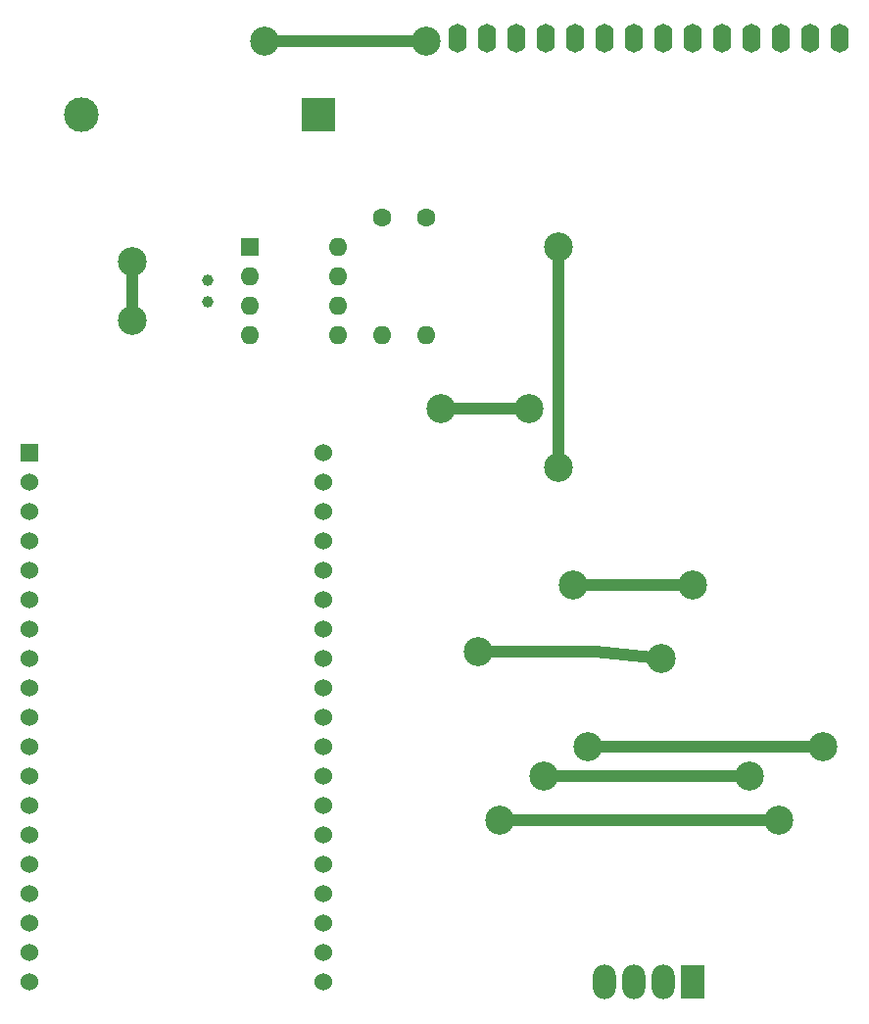
<source format=gbr>
%TF.GenerationSoftware,KiCad,Pcbnew,7.0.6*%
%TF.CreationDate,2023-08-08T10:34:27+01:00*%
%TF.ProjectId,ESP32Controller,45535033-3243-46f6-9e74-726f6c6c6572,rev?*%
%TF.SameCoordinates,Original*%
%TF.FileFunction,Copper,L1,Top*%
%TF.FilePolarity,Positive*%
%FSLAX46Y46*%
G04 Gerber Fmt 4.6, Leading zero omitted, Abs format (unit mm)*
G04 Created by KiCad (PCBNEW 7.0.6) date 2023-08-08 10:34:27*
%MOMM*%
%LPD*%
G01*
G04 APERTURE LIST*
%TA.AperFunction,ComponentPad*%
%ADD10C,1.000000*%
%TD*%
%TA.AperFunction,ComponentPad*%
%ADD11R,3.000000X3.000000*%
%TD*%
%TA.AperFunction,ComponentPad*%
%ADD12C,3.000000*%
%TD*%
%TA.AperFunction,ComponentPad*%
%ADD13C,1.600000*%
%TD*%
%TA.AperFunction,ComponentPad*%
%ADD14O,1.600000X1.600000*%
%TD*%
%TA.AperFunction,ComponentPad*%
%ADD15R,1.530000X1.530000*%
%TD*%
%TA.AperFunction,ComponentPad*%
%ADD16C,1.530000*%
%TD*%
%TA.AperFunction,ComponentPad*%
%ADD17R,2.000000X3.000000*%
%TD*%
%TA.AperFunction,ComponentPad*%
%ADD18O,2.000000X3.000000*%
%TD*%
%TA.AperFunction,ComponentPad*%
%ADD19O,1.600000X2.500000*%
%TD*%
%TA.AperFunction,ComponentPad*%
%ADD20R,1.600000X1.600000*%
%TD*%
%TA.AperFunction,ViaPad*%
%ADD21C,2.500000*%
%TD*%
%TA.AperFunction,Conductor*%
%ADD22C,1.000000*%
%TD*%
G04 APERTURE END LIST*
D10*
%TO.P,Y1,1,1*%
%TO.N,/X1*%
X111930000Y-68900000D03*
%TO.P,Y1,2,2*%
%TO.N,/X2*%
X111930000Y-70800000D03*
%TD*%
D11*
%TO.P,BT1,1,+*%
%TO.N,+BATT*%
X121470000Y-54610001D03*
D12*
%TO.P,BT1,2,-*%
%TO.N,GND*%
X100980000Y-54610001D03*
%TD*%
D13*
%TO.P,R1,1*%
%TO.N,+3V3*%
X127000000Y-63500000D03*
D14*
%TO.P,R1,2*%
%TO.N,/SDA*%
X127000000Y-73660000D03*
%TD*%
D15*
%TO.P,U1,1,3V3*%
%TO.N,+3V3*%
X96520000Y-83820000D03*
D16*
%TO.P,U1,2,EN*%
%TO.N,unconnected-(U1-EN-Pad2)*%
X96520000Y-86360000D03*
%TO.P,U1,3,SENSOR_VP*%
%TO.N,unconnected-(U1-SENSOR_VP-Pad3)*%
X96520000Y-88900000D03*
%TO.P,U1,4,SENSOR_VN*%
%TO.N,unconnected-(U1-SENSOR_VN-Pad4)*%
X96520000Y-91440000D03*
%TO.P,U1,5,IO34*%
%TO.N,unconnected-(U1-IO34-Pad5)*%
X96520000Y-93980000D03*
%TO.P,U1,6,IO35*%
%TO.N,unconnected-(U1-IO35-Pad6)*%
X96520000Y-96520000D03*
%TO.P,U1,7,IO32*%
%TO.N,unconnected-(U1-IO32-Pad7)*%
X96520000Y-99060000D03*
%TO.P,U1,8,IO33*%
%TO.N,unconnected-(U1-IO33-Pad8)*%
X96520000Y-101600000D03*
%TO.P,U1,9,IO25*%
%TO.N,unconnected-(U1-IO25-Pad9)*%
X96520000Y-104140000D03*
%TO.P,U1,10,IO26*%
%TO.N,unconnected-(U1-IO26-Pad10)*%
X96520000Y-106680000D03*
%TO.P,U1,11,IO27*%
%TO.N,unconnected-(U1-IO27-Pad11)*%
X96520000Y-109220000D03*
%TO.P,U1,12,IO14*%
%TO.N,unconnected-(U1-IO14-Pad12)*%
X96520000Y-111760000D03*
%TO.P,U1,13,IO12*%
%TO.N,unconnected-(U1-IO12-Pad13)*%
X96520000Y-114300000D03*
%TO.P,U1,14,GND1*%
%TO.N,GND*%
X96520000Y-116840000D03*
%TO.P,U1,15,IO13*%
%TO.N,unconnected-(U1-IO13-Pad15)*%
X96520000Y-119380000D03*
%TO.P,U1,16,SD2*%
%TO.N,unconnected-(U1-SD2-Pad16)*%
X96520000Y-121920000D03*
%TO.P,U1,17,SD3*%
%TO.N,unconnected-(U1-SD3-Pad17)*%
X96520000Y-124460000D03*
%TO.P,U1,18,CMD*%
%TO.N,unconnected-(U1-CMD-Pad18)*%
X96520000Y-127000000D03*
%TO.P,U1,19,EXT_5V*%
%TO.N,+5V*%
X96520000Y-129540000D03*
%TO.P,U1,20,CLK*%
%TO.N,unconnected-(U1-CLK-Pad20)*%
X121920000Y-129540000D03*
%TO.P,U1,21,SD0*%
%TO.N,unconnected-(U1-SD0-Pad21)*%
X121920000Y-127000000D03*
%TO.P,U1,22,SD1*%
%TO.N,unconnected-(U1-SD1-Pad22)*%
X121920000Y-124460000D03*
%TO.P,U1,23,IO15*%
%TO.N,unconnected-(U1-IO15-Pad23)*%
X121920000Y-121920000D03*
%TO.P,U1,24,IO2*%
%TO.N,/SD_CS*%
X121920000Y-119380000D03*
%TO.P,U1,25,IO0*%
%TO.N,/T_IRQ*%
X121920000Y-116840000D03*
%TO.P,U1,26,IO4*%
%TO.N,/LCD_RES*%
X121920000Y-114300000D03*
%TO.P,U1,27,IO16*%
%TO.N,/LCD_DC*%
X121920000Y-111760000D03*
%TO.P,U1,28,IO17*%
%TO.N,/LCD_CS*%
X121920000Y-109220000D03*
%TO.P,U1,29,IO5*%
%TO.N,/T_CS*%
X121920000Y-106680000D03*
%TO.P,U1,30,IO18*%
%TO.N,/CLK*%
X121920000Y-104140000D03*
%TO.P,U1,31,IO19*%
%TO.N,/MISO*%
X121920000Y-101600000D03*
%TO.P,U1,32,GND2*%
%TO.N,unconnected-(U1-GND2-Pad32)*%
X121920000Y-99060000D03*
%TO.P,U1,33,IO21*%
%TO.N,/SDA*%
X121920000Y-96520000D03*
%TO.P,U1,34,RXD0*%
%TO.N,unconnected-(U1-RXD0-Pad34)*%
X121920000Y-93980000D03*
%TO.P,U1,35,TXD0*%
%TO.N,unconnected-(U1-TXD0-Pad35)*%
X121920000Y-91440000D03*
%TO.P,U1,36,IO22*%
%TO.N,/SCL*%
X121920000Y-88900000D03*
%TO.P,U1,37,IO23*%
%TO.N,/MOSI*%
X121920000Y-86360000D03*
%TO.P,U1,38,GND3*%
%TO.N,unconnected-(U1-GND3-Pad38)*%
X121920000Y-83820000D03*
%TD*%
D17*
%TO.P,J1,1,Pin_1*%
%TO.N,/CLK*%
X153816000Y-129561000D03*
D18*
%TO.P,J1,2,Pin_2*%
%TO.N,/MISO*%
X151276000Y-129561000D03*
%TO.P,J1,3,Pin_3*%
%TO.N,/MOSI*%
X148736000Y-129561000D03*
%TO.P,J1,4,Pin_4*%
%TO.N,/SD_CS*%
X146196000Y-129561000D03*
D19*
%TO.P,J1,5,Pin_5*%
%TO.N,+3V3*%
X166516000Y-48027000D03*
%TO.P,J1,6,Pin_6*%
%TO.N,GND*%
X163976000Y-48027000D03*
%TO.P,J1,7,Pin_7*%
%TO.N,/LCD_CS*%
X161436000Y-48027000D03*
%TO.P,J1,8,Pin_8*%
%TO.N,/LCD_RES*%
X158896000Y-48027000D03*
%TO.P,J1,9,Pin_9*%
%TO.N,/LCD_DC*%
X156356000Y-48027000D03*
%TO.P,J1,10,Pin_10*%
%TO.N,/MOSI*%
X153816000Y-48027000D03*
%TO.P,J1,11,Pin_11*%
%TO.N,/CLK*%
X151276000Y-48027000D03*
%TO.P,J1,12,Pin_12*%
%TO.N,+3V3*%
X148736000Y-48027000D03*
%TO.P,J1,13,Pin_13*%
%TO.N,/MISO*%
X146196000Y-48027000D03*
%TO.P,J1,14,Pin_14*%
%TO.N,/CLK*%
X143656000Y-48027000D03*
%TO.P,J1,15,Pin_15*%
%TO.N,/T_CS*%
X141116000Y-48027000D03*
%TO.P,J1,16,Pin_16*%
%TO.N,/MOSI*%
X138576000Y-48027000D03*
%TO.P,J1,17,Pin_17*%
%TO.N,/MISO*%
X136036000Y-48027000D03*
%TO.P,J1,18,Pin_18*%
%TO.N,/T_IRQ*%
X133496000Y-48027000D03*
%TD*%
D13*
%TO.P,R2,1*%
%TO.N,+3V3*%
X130810000Y-63500000D03*
D14*
%TO.P,R2,2*%
%TO.N,/SCL*%
X130810000Y-73660000D03*
%TD*%
D20*
%TO.P,U2,1,X1*%
%TO.N,/X1*%
X115580000Y-66050000D03*
D14*
%TO.P,U2,2,X2*%
%TO.N,/X2*%
X115580000Y-68590000D03*
%TO.P,U2,3,VBAT*%
%TO.N,+BATT*%
X115580000Y-71130000D03*
%TO.P,U2,4,GND*%
%TO.N,GND*%
X115580000Y-73670000D03*
%TO.P,U2,5,SDA*%
%TO.N,/SDA*%
X123200000Y-73670000D03*
%TO.P,U2,6,SCL*%
%TO.N,/SCL*%
X123200000Y-71130000D03*
%TO.P,U2,7,SQW/OUT*%
%TO.N,unconnected-(U2-SQW{slash}OUT-Pad7)*%
X123200000Y-68590000D03*
%TO.P,U2,8,VCC*%
%TO.N,+5V*%
X123200000Y-66050000D03*
%TD*%
D21*
%TO.N,GND*%
X105410000Y-72390000D03*
X105410000Y-67310000D03*
%TO.N,/CLK*%
X143510000Y-95250000D03*
X153816000Y-95250000D03*
%TO.N,/MISO*%
X151130000Y-101600000D03*
X135255000Y-100965000D03*
%TO.N,/MOSI*%
X132080000Y-80010000D03*
X139700000Y-80010000D03*
%TO.N,/LCD_CS*%
X144780000Y-109220000D03*
X165100000Y-109220000D03*
%TO.N,/LCD_RES*%
X161290000Y-115570000D03*
X137160000Y-115570000D03*
%TO.N,/LCD_DC*%
X158750000Y-111760000D03*
X140970000Y-111760000D03*
%TO.N,/T_CS*%
X142240000Y-85090000D03*
X142240000Y-66040000D03*
%TO.N,/T_IRQ*%
X130810000Y-48260000D03*
X116840000Y-48260000D03*
%TD*%
D22*
%TO.N,GND*%
X105410000Y-67310000D02*
X105410000Y-72390000D01*
%TO.N,/CLK*%
X143510000Y-95250000D02*
X153816000Y-95250000D01*
%TO.N,/MISO*%
X145415000Y-100965000D02*
X135255000Y-100965000D01*
X151130000Y-101600000D02*
X145415000Y-100965000D01*
%TO.N,/MOSI*%
X132080000Y-80010000D02*
X139700000Y-80010000D01*
%TO.N,/LCD_CS*%
X144780000Y-109220000D02*
X165100000Y-109220000D01*
%TO.N,/LCD_RES*%
X161290000Y-115570000D02*
X137160000Y-115570000D01*
%TO.N,/LCD_DC*%
X140970000Y-111760000D02*
X158750000Y-111760000D01*
%TO.N,/T_CS*%
X142240000Y-85090000D02*
X142240000Y-66040000D01*
%TO.N,/T_IRQ*%
X116840000Y-48260000D02*
X130810000Y-48260000D01*
%TD*%
M02*

</source>
